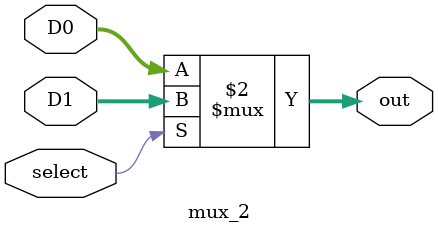
<source format=v>
module mux_2 #(
    parameter WIDTH = 32
) (
    input  select,
    input  [WIDTH-1:0]    D0,
    input  [WIDTH-1:0]    D1,
    output [WIDTH-1:0]    out
);

assign out = ( select == 1'b0   ) ? D0 : D1;
             
endmodule
</source>
